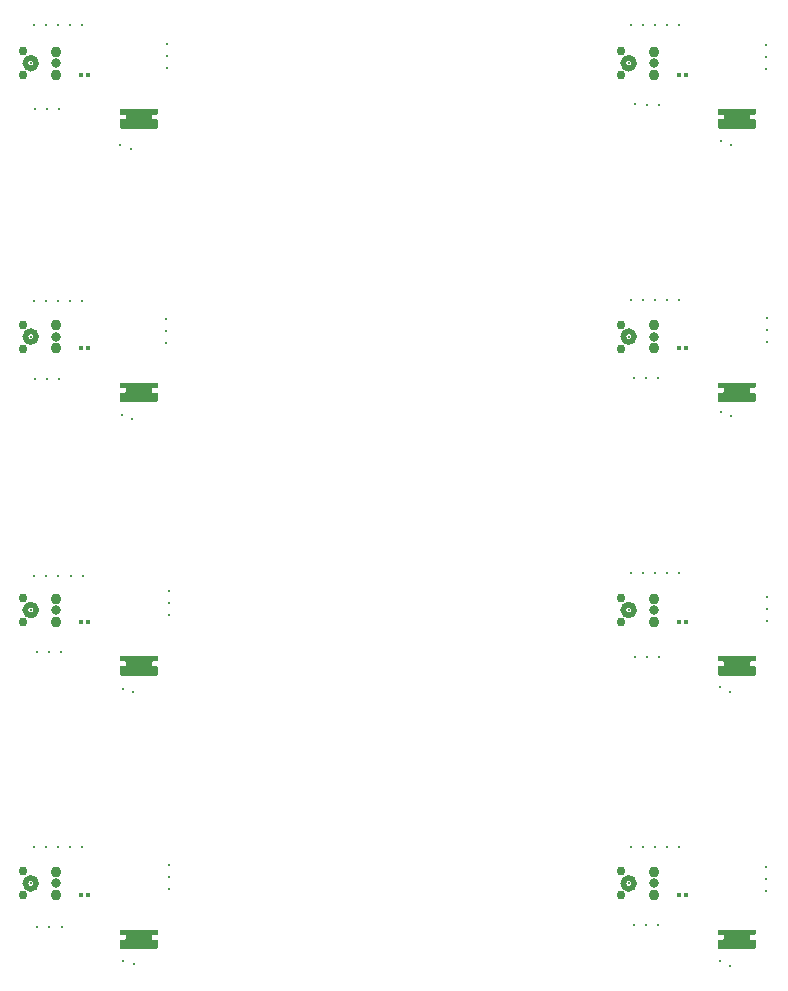
<source format=gts>
G04*
G04 #@! TF.GenerationSoftware,Altium Limited,Altium Designer,22.6.1 (34)*
G04*
G04 Layer_Color=8388736*
%FSLAX44Y44*%
%MOMM*%
G71*
G04*
G04 #@! TF.SameCoordinates,710D9251-245E-4E71-9F22-FE530993EF8F*
G04*
G04*
G04 #@! TF.FilePolarity,Negative*
G04*
G01*
G75*
%ADD14R,0.4541X0.3627*%
%ADD24C,0.5182*%
%ADD25C,0.9232*%
%ADD26C,0.8132*%
%ADD27C,0.7632*%
%ADD28C,0.4032*%
%ADD29C,0.3032*%
%ADD30C,0.2032*%
G36*
X194524Y333081D02*
Y332882D01*
X194372Y332514D01*
X194090Y332233D01*
X193723Y332081D01*
X190524D01*
X190329Y332062D01*
X189968Y331912D01*
X189692Y331636D01*
X189543Y331276D01*
X189524Y331081D01*
Y329081D01*
X189543Y328886D01*
X189692Y328525D01*
X189968Y328249D01*
X190329Y328100D01*
X190524Y328081D01*
X193723D01*
X194090Y327929D01*
X194372Y327647D01*
X194524Y327280D01*
Y327081D01*
Y321581D01*
Y321282D01*
X194295Y320731D01*
X193874Y320309D01*
X193322Y320081D01*
X163725D01*
X163174Y320309D01*
X162752Y320731D01*
X162524Y321282D01*
Y321581D01*
Y327081D01*
Y327280D01*
X162676Y327647D01*
X162957Y327929D01*
X163325Y328081D01*
X166524D01*
X166719Y328100D01*
X167079Y328249D01*
X167355Y328525D01*
X167505Y328886D01*
X167524Y329081D01*
Y331081D01*
X167505Y331276D01*
X167355Y331636D01*
X167079Y331912D01*
X166719Y332062D01*
X166524Y332081D01*
X163325D01*
X162957Y332233D01*
X162676Y332514D01*
X162524Y332882D01*
Y333081D01*
Y336381D01*
X194524D01*
Y333081D01*
D02*
G37*
G36*
X-311726D02*
Y332882D01*
X-311878Y332514D01*
X-312160Y332233D01*
X-312527Y332081D01*
X-315726D01*
X-315921Y332062D01*
X-316282Y331912D01*
X-316558Y331636D01*
X-316707Y331276D01*
X-316726Y331081D01*
Y329081D01*
X-316707Y328886D01*
X-316558Y328525D01*
X-316282Y328249D01*
X-315921Y328100D01*
X-315726Y328081D01*
X-312527D01*
X-312160Y327929D01*
X-311878Y327647D01*
X-311726Y327280D01*
Y327081D01*
Y321581D01*
Y321282D01*
X-311955Y320731D01*
X-312376Y320309D01*
X-312928Y320081D01*
X-342525D01*
X-343076Y320309D01*
X-343498Y320731D01*
X-343726Y321282D01*
Y321581D01*
Y327081D01*
Y327280D01*
X-343574Y327647D01*
X-343293Y327929D01*
X-342925Y328081D01*
X-339726D01*
X-339531Y328100D01*
X-339171Y328249D01*
X-338895Y328525D01*
X-338745Y328886D01*
X-338726Y329081D01*
Y331081D01*
X-338745Y331276D01*
X-338895Y331636D01*
X-339171Y331912D01*
X-339531Y332062D01*
X-339726Y332081D01*
X-342925D01*
X-343293Y332233D01*
X-343574Y332514D01*
X-343726Y332882D01*
Y333081D01*
Y336381D01*
X-311726D01*
Y333081D01*
D02*
G37*
G36*
X194524Y101581D02*
Y101382D01*
X194372Y101014D01*
X194090Y100733D01*
X193723Y100581D01*
X190524D01*
X190329Y100562D01*
X189968Y100412D01*
X189692Y100136D01*
X189543Y99776D01*
X189524Y99581D01*
Y97581D01*
X189543Y97386D01*
X189692Y97025D01*
X189968Y96749D01*
X190329Y96600D01*
X190524Y96581D01*
X193723D01*
X194090Y96429D01*
X194372Y96147D01*
X194524Y95780D01*
Y95581D01*
Y90081D01*
Y89782D01*
X194295Y89231D01*
X193874Y88809D01*
X193322Y88581D01*
X163725D01*
X163174Y88809D01*
X162752Y89231D01*
X162524Y89782D01*
Y90081D01*
Y95581D01*
Y95780D01*
X162676Y96147D01*
X162957Y96429D01*
X163325Y96581D01*
X166524D01*
X166719Y96600D01*
X167079Y96749D01*
X167355Y97025D01*
X167505Y97386D01*
X167524Y97581D01*
Y99581D01*
X167505Y99776D01*
X167355Y100136D01*
X167079Y100412D01*
X166719Y100562D01*
X166524Y100581D01*
X163325D01*
X162957Y100733D01*
X162676Y101014D01*
X162524Y101382D01*
Y101581D01*
Y104881D01*
X194524D01*
Y101581D01*
D02*
G37*
G36*
X-311726D02*
Y101382D01*
X-311878Y101014D01*
X-312160Y100733D01*
X-312527Y100581D01*
X-315726D01*
X-315921Y100562D01*
X-316282Y100412D01*
X-316558Y100136D01*
X-316707Y99776D01*
X-316726Y99581D01*
Y97581D01*
X-316707Y97386D01*
X-316558Y97025D01*
X-316282Y96749D01*
X-315921Y96600D01*
X-315726Y96581D01*
X-312527D01*
X-312160Y96429D01*
X-311878Y96147D01*
X-311726Y95780D01*
Y95581D01*
Y90081D01*
Y89782D01*
X-311955Y89231D01*
X-312376Y88809D01*
X-312928Y88581D01*
X-342525D01*
X-343076Y88809D01*
X-343498Y89231D01*
X-343726Y89782D01*
Y90081D01*
Y95581D01*
Y95780D01*
X-343574Y96147D01*
X-343293Y96429D01*
X-342925Y96581D01*
X-339726D01*
X-339531Y96600D01*
X-339171Y96749D01*
X-338895Y97025D01*
X-338745Y97386D01*
X-338726Y97581D01*
Y99581D01*
X-338745Y99776D01*
X-338895Y100136D01*
X-339171Y100412D01*
X-339531Y100562D01*
X-339726Y100581D01*
X-342925D01*
X-343293Y100733D01*
X-343574Y101014D01*
X-343726Y101382D01*
Y101581D01*
Y104881D01*
X-311726D01*
Y101581D01*
D02*
G37*
G36*
X194524Y-129919D02*
Y-130118D01*
X194372Y-130486D01*
X194090Y-130767D01*
X193723Y-130919D01*
X190524D01*
X190329Y-130938D01*
X189968Y-131088D01*
X189692Y-131364D01*
X189543Y-131724D01*
X189524Y-131919D01*
Y-133919D01*
X189543Y-134114D01*
X189692Y-134475D01*
X189968Y-134751D01*
X190329Y-134900D01*
X190524Y-134919D01*
X193723D01*
X194090Y-135071D01*
X194372Y-135353D01*
X194524Y-135720D01*
Y-135919D01*
Y-141419D01*
Y-141718D01*
X194295Y-142269D01*
X193874Y-142691D01*
X193322Y-142919D01*
X163725D01*
X163174Y-142691D01*
X162752Y-142269D01*
X162524Y-141718D01*
Y-141419D01*
Y-135919D01*
Y-135720D01*
X162676Y-135353D01*
X162957Y-135071D01*
X163325Y-134919D01*
X166524D01*
X166719Y-134900D01*
X167079Y-134751D01*
X167355Y-134475D01*
X167505Y-134114D01*
X167524Y-133919D01*
Y-131919D01*
X167505Y-131724D01*
X167355Y-131364D01*
X167079Y-131088D01*
X166719Y-130938D01*
X166524Y-130919D01*
X163325D01*
X162957Y-130767D01*
X162676Y-130486D01*
X162524Y-130118D01*
Y-129919D01*
Y-126619D01*
X194524D01*
Y-129919D01*
D02*
G37*
G36*
X-311726D02*
Y-130118D01*
X-311878Y-130486D01*
X-312160Y-130767D01*
X-312527Y-130919D01*
X-315726D01*
X-315921Y-130938D01*
X-316282Y-131088D01*
X-316558Y-131364D01*
X-316707Y-131724D01*
X-316726Y-131919D01*
Y-133919D01*
X-316707Y-134114D01*
X-316558Y-134475D01*
X-316282Y-134751D01*
X-315921Y-134900D01*
X-315726Y-134919D01*
X-312527D01*
X-312160Y-135071D01*
X-311878Y-135353D01*
X-311726Y-135720D01*
Y-135919D01*
Y-141419D01*
Y-141718D01*
X-311955Y-142269D01*
X-312376Y-142691D01*
X-312928Y-142919D01*
X-342525D01*
X-343076Y-142691D01*
X-343498Y-142269D01*
X-343726Y-141718D01*
Y-141419D01*
Y-135919D01*
Y-135720D01*
X-343574Y-135353D01*
X-343293Y-135071D01*
X-342925Y-134919D01*
X-339726D01*
X-339531Y-134900D01*
X-339171Y-134751D01*
X-338895Y-134475D01*
X-338745Y-134114D01*
X-338726Y-133919D01*
Y-131919D01*
X-338745Y-131724D01*
X-338895Y-131364D01*
X-339171Y-131088D01*
X-339531Y-130938D01*
X-339726Y-130919D01*
X-342925D01*
X-343293Y-130767D01*
X-343574Y-130486D01*
X-343726Y-130118D01*
Y-129919D01*
Y-126619D01*
X-311726D01*
Y-129919D01*
D02*
G37*
G36*
X194524Y-361419D02*
Y-361618D01*
X194372Y-361986D01*
X194090Y-362267D01*
X193723Y-362419D01*
X190524D01*
X190329Y-362438D01*
X189968Y-362588D01*
X189692Y-362864D01*
X189543Y-363224D01*
X189524Y-363419D01*
Y-365419D01*
X189543Y-365614D01*
X189692Y-365975D01*
X189968Y-366251D01*
X190329Y-366400D01*
X190524Y-366419D01*
X193723D01*
X194090Y-366571D01*
X194372Y-366853D01*
X194524Y-367220D01*
Y-367419D01*
Y-372919D01*
Y-373218D01*
X194295Y-373769D01*
X193874Y-374191D01*
X193322Y-374419D01*
X163725D01*
X163174Y-374191D01*
X162752Y-373769D01*
X162524Y-373218D01*
Y-372919D01*
Y-367419D01*
Y-367220D01*
X162676Y-366853D01*
X162957Y-366571D01*
X163325Y-366419D01*
X166524D01*
X166719Y-366400D01*
X167079Y-366251D01*
X167355Y-365975D01*
X167505Y-365614D01*
X167524Y-365419D01*
Y-363419D01*
X167505Y-363224D01*
X167355Y-362864D01*
X167079Y-362588D01*
X166719Y-362438D01*
X166524Y-362419D01*
X163325D01*
X162957Y-362267D01*
X162676Y-361986D01*
X162524Y-361618D01*
Y-361419D01*
Y-358119D01*
X194524D01*
Y-361419D01*
D02*
G37*
G36*
X-311726D02*
Y-361618D01*
X-311878Y-361986D01*
X-312160Y-362267D01*
X-312527Y-362419D01*
X-315726D01*
X-315921Y-362438D01*
X-316282Y-362588D01*
X-316558Y-362864D01*
X-316707Y-363224D01*
X-316726Y-363419D01*
Y-365419D01*
X-316707Y-365614D01*
X-316558Y-365975D01*
X-316282Y-366251D01*
X-315921Y-366400D01*
X-315726Y-366419D01*
X-312527D01*
X-312160Y-366571D01*
X-311878Y-366853D01*
X-311726Y-367220D01*
Y-367419D01*
Y-372919D01*
Y-373218D01*
X-311955Y-373769D01*
X-312376Y-374191D01*
X-312928Y-374419D01*
X-342525D01*
X-343076Y-374191D01*
X-343498Y-373769D01*
X-343726Y-373218D01*
Y-372919D01*
Y-367419D01*
Y-367220D01*
X-343574Y-366853D01*
X-343293Y-366571D01*
X-342925Y-366419D01*
X-339726D01*
X-339531Y-366400D01*
X-339171Y-366251D01*
X-338895Y-365975D01*
X-338745Y-365614D01*
X-338726Y-365419D01*
Y-363419D01*
X-338745Y-363224D01*
X-338895Y-362864D01*
X-339171Y-362588D01*
X-339531Y-362438D01*
X-339726Y-362419D01*
X-342925D01*
X-343293Y-362267D01*
X-343574Y-361986D01*
X-343726Y-361618D01*
Y-361419D01*
Y-358119D01*
X-311726D01*
Y-361419D01*
D02*
G37*
D14*
X-370640Y-328969D02*
D03*
X-376726D02*
D03*
X135610D02*
D03*
X129524D02*
D03*
X-370640Y-97469D02*
D03*
X-376726D02*
D03*
X135610D02*
D03*
X129524D02*
D03*
X-370640Y134031D02*
D03*
X-376726D02*
D03*
X135610D02*
D03*
X129524D02*
D03*
X-370640Y365531D02*
D03*
X-376726D02*
D03*
X135610D02*
D03*
X129524D02*
D03*
D24*
X-414601Y-318969D02*
G03*
X-414601Y-318969I-4625J0D01*
G01*
X91649D02*
G03*
X91649Y-318969I-4625J0D01*
G01*
X-414601Y-87469D02*
G03*
X-414601Y-87469I-4625J0D01*
G01*
X91649D02*
G03*
X91649Y-87469I-4625J0D01*
G01*
X-414601Y144031D02*
G03*
X-414601Y144031I-4625J0D01*
G01*
X91649D02*
G03*
X91649Y144031I-4625J0D01*
G01*
X-414601Y375531D02*
G03*
X-414601Y375531I-4625J0D01*
G01*
X91649D02*
G03*
X91649Y375531I-4625J0D01*
G01*
D25*
X-398125Y-309369D02*
D03*
X-398126Y-328670D02*
D03*
X108125Y-309369D02*
D03*
X108124Y-328670D02*
D03*
X-398125Y-77869D02*
D03*
X-398126Y-97170D02*
D03*
X108125Y-77869D02*
D03*
X108124Y-97170D02*
D03*
X-398125Y153631D02*
D03*
X-398126Y134330D02*
D03*
X108125Y153631D02*
D03*
X108124Y134330D02*
D03*
X-398125Y385131D02*
D03*
X-398126Y365830D02*
D03*
X108125Y385131D02*
D03*
X108124Y365830D02*
D03*
D26*
X-398126Y-318969D02*
D03*
X108124D02*
D03*
X-398126Y-87469D02*
D03*
X108124D02*
D03*
X-398126Y144031D02*
D03*
X108124D02*
D03*
X-398126Y375531D02*
D03*
X108124D02*
D03*
D27*
X-425526Y-308819D02*
D03*
X-425526Y-329119D02*
D03*
X80724Y-308819D02*
D03*
X80724Y-329119D02*
D03*
X-425526Y-77319D02*
D03*
X-425526Y-97619D02*
D03*
X80724Y-77319D02*
D03*
X80724Y-97619D02*
D03*
X-425526Y154181D02*
D03*
X-425526Y133881D02*
D03*
X80724Y154181D02*
D03*
X80724Y133881D02*
D03*
X-425526Y385681D02*
D03*
X-425526Y365381D02*
D03*
X80724Y385681D02*
D03*
X80724Y365381D02*
D03*
D28*
X-424306Y-318969D02*
D03*
X81944D02*
D03*
X-424306Y-87469D02*
D03*
X81944D02*
D03*
X-424306Y144031D02*
D03*
X81944D02*
D03*
X-424306Y375531D02*
D03*
X81944D02*
D03*
D29*
X203099Y-325380D02*
D03*
X203100Y-315220D02*
D03*
X203100Y-305060D02*
D03*
X204099Y139620D02*
D03*
X204100Y149780D02*
D03*
X204100Y159940D02*
D03*
X203099Y370620D02*
D03*
X203100Y380780D02*
D03*
X203100Y390940D02*
D03*
X-301901Y-323380D02*
D03*
X-301900Y-313220D02*
D03*
X-301900Y-303060D02*
D03*
X-301901Y-91880D02*
D03*
X-301900Y-81720D02*
D03*
X-301900Y-71560D02*
D03*
X-304500Y138840D02*
D03*
X-304500Y149000D02*
D03*
X-304500Y159160D02*
D03*
X-303500Y371340D02*
D03*
X-303500Y381500D02*
D03*
X-303500Y391660D02*
D03*
X-376000Y407500D02*
D03*
Y-288500D02*
D03*
X-375000Y-58500D02*
D03*
X-375920Y173991D02*
D03*
X204469Y-96520D02*
D03*
X204470Y-86360D02*
D03*
X204470Y-76200D02*
D03*
X129541Y407670D02*
D03*
X109220Y407670D02*
D03*
X119380Y407670D02*
D03*
X99060Y407670D02*
D03*
X88900Y407671D02*
D03*
X112491Y340354D02*
D03*
X102333Y340531D02*
D03*
X92175Y340709D02*
D03*
X173500Y306500D02*
D03*
X165000Y310000D02*
D03*
X173500Y76500D02*
D03*
X165500Y80000D02*
D03*
X111760Y109220D02*
D03*
X101600Y109220D02*
D03*
X91440Y109221D02*
D03*
X129541Y175260D02*
D03*
X109220Y175260D02*
D03*
X119380Y175260D02*
D03*
X99060Y175260D02*
D03*
X88900Y175261D02*
D03*
X173000Y-157000D02*
D03*
X164500Y-153000D02*
D03*
X173000Y-388500D02*
D03*
X164500Y-385000D02*
D03*
X129541Y-55880D02*
D03*
X109220Y-55880D02*
D03*
X119380Y-55880D02*
D03*
X99060Y-55880D02*
D03*
X88900Y-55879D02*
D03*
X129541Y-288290D02*
D03*
X109220Y-288290D02*
D03*
X119380Y-288290D02*
D03*
X99060Y-288290D02*
D03*
X88900Y-288289D02*
D03*
X-396240Y407670D02*
D03*
X-386080Y407670D02*
D03*
X-406400Y407670D02*
D03*
X-416560Y407671D02*
D03*
X-394970Y336550D02*
D03*
X-405130Y336550D02*
D03*
X-415290Y336551D02*
D03*
X-334303Y303208D02*
D03*
X-343850Y306683D02*
D03*
X-332500Y-156500D02*
D03*
X-341000Y-154000D02*
D03*
X-333556Y74517D02*
D03*
X-342000Y77500D02*
D03*
X-394970Y107950D02*
D03*
X-405130Y107950D02*
D03*
X-415290Y107951D02*
D03*
X-396240Y173990D02*
D03*
X-386080Y173990D02*
D03*
X-406400Y173990D02*
D03*
X-416560Y173991D02*
D03*
X-396000Y-58500D02*
D03*
X-385500D02*
D03*
X-406500D02*
D03*
X-416500D02*
D03*
X-332000Y-387500D02*
D03*
X-341500Y-384500D02*
D03*
X-396240Y-288290D02*
D03*
X-386080Y-288290D02*
D03*
X-406400Y-288290D02*
D03*
X-416560Y-288289D02*
D03*
X102870Y-127000D02*
D03*
X113030Y-127000D02*
D03*
X92710Y-127000D02*
D03*
X-403860Y-123190D02*
D03*
X-393700Y-123190D02*
D03*
X-414020Y-123190D02*
D03*
X101600Y-354330D02*
D03*
X111760Y-354330D02*
D03*
X91440Y-354330D02*
D03*
X-403500Y-356000D02*
D03*
X-392500D02*
D03*
X-414000D02*
D03*
D30*
X-419189Y-318941D02*
D03*
X87061D02*
D03*
X-419189Y-87441D02*
D03*
X87061D02*
D03*
X-419189Y144059D02*
D03*
X87061D02*
D03*
X-419189Y375559D02*
D03*
X87061D02*
D03*
M02*

</source>
